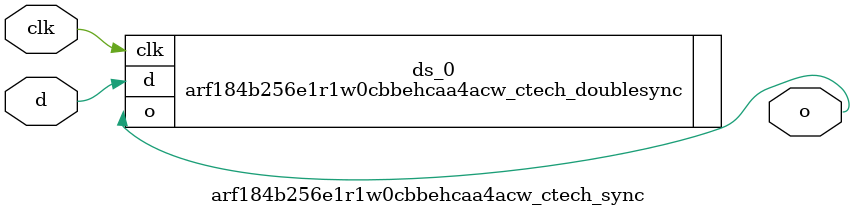
<source format=sv>

`ifndef ARF184B256E1R1W0CBBEHCAA4ACW_CTECH_SYNC_SV
`define ARF184B256E1R1W0CBBEHCAA4ACW_CTECH_SYNC_SV

module arf184b256e1r1w0cbbehcaa4acw_ctech_sync (
  input  logic  clk,
  input  logic  d,

  output logic  o
);

  arf184b256e1r1w0cbbehcaa4acw_ctech_doublesync ds_0 (.o(o), .d(d), .clk(clk));

endmodule // arf184b256e1r1w0cbbehcaa4acw_ctech_sync

`endif // ARF184B256E1R1W0CBBEHCAA4ACW_CTECH_SYNC_SV
</source>
